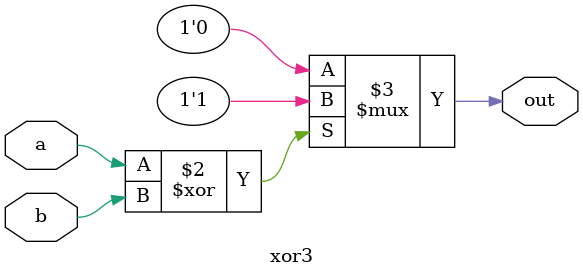
<source format=v>
module xor3 (
  input a,
  input b,
  output reg out
);

    always @(*) begin
        out = (a ^ b) ? 1'b1 : 1'b0; // Check if bits are equal
    end
    
endmodule
</source>
